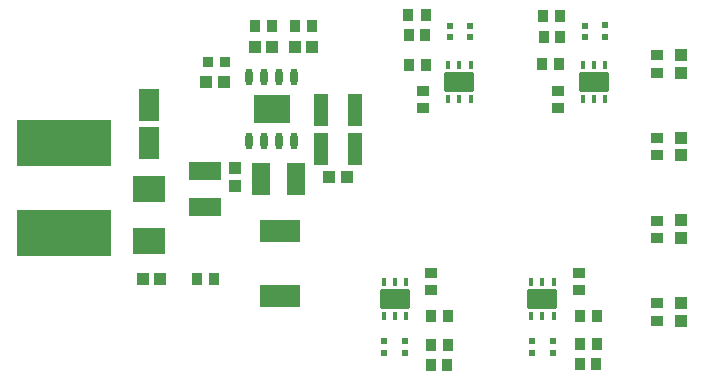
<source format=gtp>
G04 Layer_Color=7318015*
%FSAX24Y24*%
%MOIN*%
G70*
G01*
G75*
G04:AMPARAMS|DCode=10|XSize=98.4mil|YSize=68.9mil|CornerRadius=6.9mil|HoleSize=0mil|Usage=FLASHONLY|Rotation=180.000|XOffset=0mil|YOffset=0mil|HoleType=Round|Shape=RoundedRectangle|*
%AMROUNDEDRECTD10*
21,1,0.0984,0.0551,0,0,180.0*
21,1,0.0846,0.0689,0,0,180.0*
1,1,0.0138,-0.0423,0.0276*
1,1,0.0138,0.0423,0.0276*
1,1,0.0138,0.0423,-0.0276*
1,1,0.0138,-0.0423,-0.0276*
%
%ADD10ROUNDEDRECTD10*%
%ADD11R,0.0177X0.0307*%
%ADD12R,0.0413X0.0394*%
%ADD13R,0.0354X0.0413*%
%ADD14R,0.1220X0.0945*%
%ADD15O,0.0236X0.0571*%
%ADD16R,0.0394X0.0413*%
%ADD17R,0.0512X0.1063*%
%ADD18R,0.0591X0.1102*%
%ADD19R,0.1102X0.0591*%
%ADD20R,0.0374X0.0413*%
%ADD21R,0.0413X0.0374*%
%ADD22R,0.1080X0.0850*%
%ADD23R,0.0669X0.1102*%
%ADD24R,0.1350X0.0720*%
%ADD25R,0.0374X0.0374*%
%ADD26R,0.0413X0.0354*%
%ADD27R,0.0217X0.0217*%
%ADD28R,0.3150X0.1575*%
D10*
X032559Y013189D02*
D03*
X037480D02*
D03*
X034718Y020406D02*
D03*
X039206D02*
D03*
D11*
X032933Y012622D02*
D03*
X032559D02*
D03*
X032185D02*
D03*
Y013756D02*
D03*
X032559D02*
D03*
X032933D02*
D03*
X037854Y012622D02*
D03*
X037480D02*
D03*
X037106D02*
D03*
Y013756D02*
D03*
X037480D02*
D03*
X037854D02*
D03*
X034344Y020973D02*
D03*
X034718D02*
D03*
X035092D02*
D03*
Y019839D02*
D03*
X034718D02*
D03*
X034344D02*
D03*
X038832Y020973D02*
D03*
X039206D02*
D03*
X039580D02*
D03*
Y019839D02*
D03*
X039206D02*
D03*
X038832D02*
D03*
D12*
X024154Y013858D02*
D03*
X024744D02*
D03*
X030374Y017244D02*
D03*
X030965D02*
D03*
X029223Y021575D02*
D03*
X029814D02*
D03*
X026280Y020433D02*
D03*
X026870D02*
D03*
X027885Y021575D02*
D03*
X028475D02*
D03*
D13*
X025974Y013858D02*
D03*
X026545D02*
D03*
X029804Y022283D02*
D03*
X029233D02*
D03*
X028466D02*
D03*
X027895D02*
D03*
X038081Y022638D02*
D03*
X037510D02*
D03*
X038061Y021929D02*
D03*
X037530D02*
D03*
X033770Y011654D02*
D03*
X034341D02*
D03*
X033783Y010997D02*
D03*
X034315D02*
D03*
X038730Y011693D02*
D03*
X039301D02*
D03*
X038750Y011024D02*
D03*
X039281D02*
D03*
X033586Y022650D02*
D03*
X033015D02*
D03*
X033567Y021981D02*
D03*
X033035D02*
D03*
D14*
X028456Y019528D02*
D03*
D15*
X029206Y020600D02*
D03*
X028706D02*
D03*
X028206D02*
D03*
X027706D02*
D03*
X029206Y018455D02*
D03*
X028706D02*
D03*
X028206D02*
D03*
X027706D02*
D03*
D16*
X027235Y017539D02*
D03*
Y016949D02*
D03*
X042087Y021319D02*
D03*
Y020728D02*
D03*
Y015807D02*
D03*
Y015217D02*
D03*
Y013051D02*
D03*
Y012461D02*
D03*
Y018563D02*
D03*
Y017972D02*
D03*
D17*
X031220Y019488D02*
D03*
X030118D02*
D03*
X031220Y018189D02*
D03*
X030118D02*
D03*
D18*
X029282Y017205D02*
D03*
X028101D02*
D03*
D19*
X026220Y017441D02*
D03*
Y016260D02*
D03*
D20*
X037470Y021024D02*
D03*
X038041D02*
D03*
X034341Y012638D02*
D03*
X033770D02*
D03*
X039301Y012638D02*
D03*
X038730D02*
D03*
X033022Y020984D02*
D03*
X033593D02*
D03*
D21*
X037992Y020128D02*
D03*
Y019557D02*
D03*
X033780Y013494D02*
D03*
Y014065D02*
D03*
X038701Y013494D02*
D03*
Y014065D02*
D03*
X033504Y020128D02*
D03*
Y019557D02*
D03*
D22*
X024370Y015114D02*
D03*
Y016854D02*
D03*
D23*
Y018376D02*
D03*
Y019656D02*
D03*
D24*
X028740Y015461D02*
D03*
Y013280D02*
D03*
D25*
X026320Y021102D02*
D03*
X026891D02*
D03*
D26*
X041299Y020738D02*
D03*
Y021309D02*
D03*
Y015226D02*
D03*
Y015797D02*
D03*
Y012470D02*
D03*
Y013041D02*
D03*
Y017982D02*
D03*
Y018553D02*
D03*
D27*
X032912Y011793D02*
D03*
X032913Y011398D02*
D03*
X032204Y011793D02*
D03*
X032205Y011398D02*
D03*
X037834Y011793D02*
D03*
X037835Y011398D02*
D03*
X037125Y011793D02*
D03*
X037126Y011398D02*
D03*
X035080Y021907D02*
D03*
X035079Y022303D02*
D03*
X034410Y021907D02*
D03*
X034409Y022303D02*
D03*
X038899Y021907D02*
D03*
X038898Y022303D02*
D03*
X039568Y021917D02*
D03*
X039567Y022313D02*
D03*
D28*
X021535Y018386D02*
D03*
Y015394D02*
D03*
M02*

</source>
